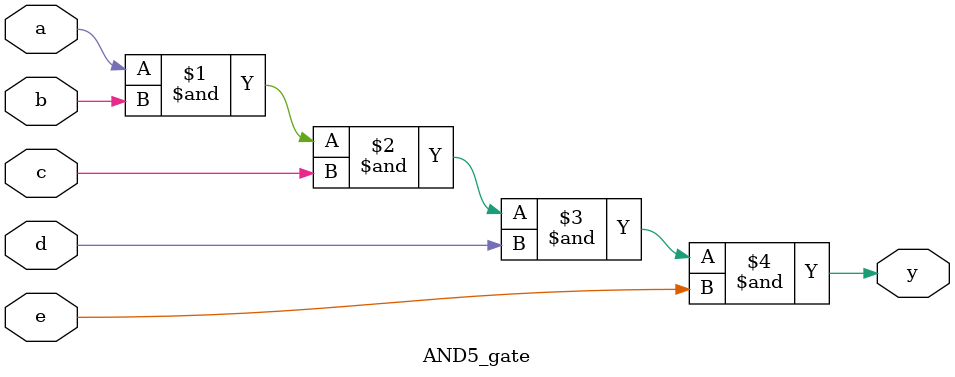
<source format=v>
module AND5_gate (
    input a, b, c, d, e,
    output y
);
    assign y = a & b & c & d & e;
endmodule
</source>
